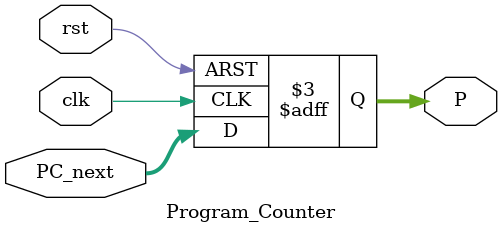
<source format=v>
`timescale 1ns / 1ps


module Program_Counter(
    input [31:0]PC_next,
    input clk,
    input rst,
    output reg [31:0]P
);
always @(negedge clk or negedge rst)begin
if(rst==1'b0)begin
P<=32'h00000000;
end
else begin
P<=PC_next;
end
end
endmodule

</source>
